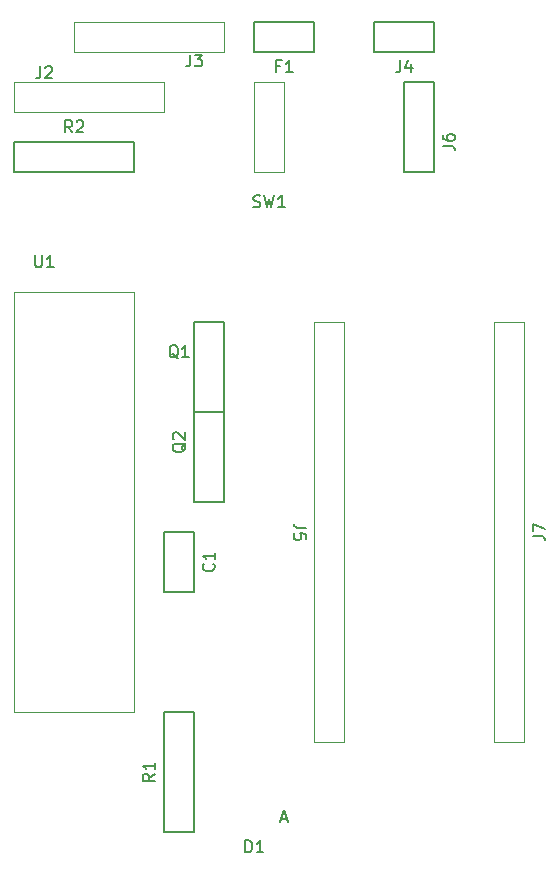
<source format=gbr>
%TF.GenerationSoftware,KiCad,Pcbnew,(5.1.6)-1*%
%TF.CreationDate,2020-07-27T10:52:52+09:00*%
%TF.ProjectId,gnss_logger,676e7373-5f6c-46f6-9767-65722e6b6963,rev?*%
%TF.SameCoordinates,Original*%
%TF.FileFunction,Legend,Top*%
%TF.FilePolarity,Positive*%
%FSLAX46Y46*%
G04 Gerber Fmt 4.6, Leading zero omitted, Abs format (unit mm)*
G04 Created by KiCad (PCBNEW (5.1.6)-1) date 2020-07-27 10:52:52*
%MOMM*%
%LPD*%
G01*
G04 APERTURE LIST*
%ADD10C,0.120000*%
%ADD11C,0.150000*%
G04 APERTURE END LIST*
D10*
%TO.C,U1*%
X115570000Y-97790000D02*
X115570000Y-133350000D01*
X115570000Y-133350000D02*
X125730000Y-133350000D01*
X125730000Y-133350000D02*
X125730000Y-97790000D01*
X125730000Y-97790000D02*
X115570000Y-97790000D01*
D11*
%TO.C,Q2*%
X133350000Y-107950000D02*
X130810000Y-107950000D01*
X130810000Y-107950000D02*
X130810000Y-115570000D01*
X130810000Y-115570000D02*
X133350000Y-115570000D01*
X133350000Y-115570000D02*
X133350000Y-107950000D01*
D10*
%TO.C,SW1*%
X138430000Y-80010000D02*
X135890000Y-80010000D01*
X138430000Y-87630000D02*
X138430000Y-80010000D01*
X135890000Y-87630000D02*
X138430000Y-87630000D01*
X135890000Y-80010000D02*
X135890000Y-87630000D01*
D11*
%TO.C,Q1*%
X133350000Y-100330000D02*
X130810000Y-100330000D01*
X130810000Y-100330000D02*
X130810000Y-107950000D01*
X130810000Y-107950000D02*
X133350000Y-107950000D01*
X133350000Y-107950000D02*
X133350000Y-100330000D01*
%TO.C,C1*%
X128270000Y-118110000D02*
X128270000Y-123190000D01*
X130810000Y-118110000D02*
X128270000Y-118110000D01*
X130810000Y-123190000D02*
X130810000Y-118110000D01*
X128270000Y-123190000D02*
X130810000Y-123190000D01*
%TO.C,F1*%
X140970000Y-74930000D02*
X135890000Y-74930000D01*
X140970000Y-77470000D02*
X140970000Y-74930000D01*
X135890000Y-77470000D02*
X140970000Y-77470000D01*
X135890000Y-74930000D02*
X135890000Y-77470000D01*
D10*
%TO.C,J2*%
X128270000Y-80010000D02*
X115570000Y-80010000D01*
X128270000Y-82550000D02*
X128270000Y-80010000D01*
X115570000Y-82550000D02*
X128270000Y-82550000D01*
X115570000Y-80010000D02*
X115570000Y-82550000D01*
%TO.C,J3*%
X133350000Y-77470000D02*
X133350000Y-74930000D01*
X133350000Y-74930000D02*
X120650000Y-74930000D01*
X120650000Y-74930000D02*
X120650000Y-77470000D01*
X120650000Y-77470000D02*
X133350000Y-77470000D01*
D11*
%TO.C,J4*%
X146050000Y-74930000D02*
X146050000Y-77470000D01*
X146050000Y-77470000D02*
X151130000Y-77470000D01*
X151130000Y-77470000D02*
X151130000Y-74930000D01*
X151130000Y-74930000D02*
X146050000Y-74930000D01*
D10*
%TO.C,J5*%
X143510000Y-135890000D02*
X143510000Y-100330000D01*
X140970000Y-135890000D02*
X143510000Y-135890000D01*
X140970000Y-100330000D02*
X140970000Y-135890000D01*
X143510000Y-100330000D02*
X140970000Y-100330000D01*
D11*
%TO.C,J6*%
X148590000Y-87630000D02*
X151130000Y-87630000D01*
X151130000Y-80010000D02*
X151130000Y-87630000D01*
X148590000Y-80010000D02*
X151130000Y-80010000D01*
X148590000Y-87630000D02*
X148590000Y-80010000D01*
D10*
%TO.C,J7*%
X156210000Y-135890000D02*
X158750000Y-135890000D01*
X158750000Y-135890000D02*
X158750000Y-100330000D01*
X158750000Y-100330000D02*
X156210000Y-100330000D01*
X156210000Y-100330000D02*
X156210000Y-135890000D01*
D11*
%TO.C,R1*%
X128270000Y-143510000D02*
X128270000Y-133350000D01*
X128270000Y-143510000D02*
X130810000Y-143510000D01*
X130810000Y-143510000D02*
X130810000Y-133350000D01*
X130810000Y-133350000D02*
X128270000Y-133350000D01*
%TO.C,R2*%
X125730000Y-87630000D02*
X125730000Y-85090000D01*
X115570000Y-87630000D02*
X125730000Y-87630000D01*
X115570000Y-85090000D02*
X115570000Y-87630000D01*
X115570000Y-85090000D02*
X125730000Y-85090000D01*
%TO.C,D1*%
X135151904Y-145232380D02*
X135151904Y-144232380D01*
X135390000Y-144232380D01*
X135532857Y-144280000D01*
X135628095Y-144375238D01*
X135675714Y-144470476D01*
X135723333Y-144660952D01*
X135723333Y-144803809D01*
X135675714Y-144994285D01*
X135628095Y-145089523D01*
X135532857Y-145184761D01*
X135390000Y-145232380D01*
X135151904Y-145232380D01*
X136675714Y-145232380D02*
X136104285Y-145232380D01*
X136390000Y-145232380D02*
X136390000Y-144232380D01*
X136294761Y-144375238D01*
X136199523Y-144470476D01*
X136104285Y-144518095D01*
X138191904Y-142406666D02*
X138668095Y-142406666D01*
X138096666Y-142692380D02*
X138430000Y-141692380D01*
X138763333Y-142692380D01*
%TO.C,U1*%
X117348095Y-94702380D02*
X117348095Y-95511904D01*
X117395714Y-95607142D01*
X117443333Y-95654761D01*
X117538571Y-95702380D01*
X117729047Y-95702380D01*
X117824285Y-95654761D01*
X117871904Y-95607142D01*
X117919523Y-95511904D01*
X117919523Y-94702380D01*
X118919523Y-95702380D02*
X118348095Y-95702380D01*
X118633809Y-95702380D02*
X118633809Y-94702380D01*
X118538571Y-94845238D01*
X118443333Y-94940476D01*
X118348095Y-94988095D01*
%TO.C,Q2*%
X130087619Y-110585238D02*
X130040000Y-110680476D01*
X129944761Y-110775714D01*
X129801904Y-110918571D01*
X129754285Y-111013809D01*
X129754285Y-111109047D01*
X129992380Y-111061428D02*
X129944761Y-111156666D01*
X129849523Y-111251904D01*
X129659047Y-111299523D01*
X129325714Y-111299523D01*
X129135238Y-111251904D01*
X129040000Y-111156666D01*
X128992380Y-111061428D01*
X128992380Y-110870952D01*
X129040000Y-110775714D01*
X129135238Y-110680476D01*
X129325714Y-110632857D01*
X129659047Y-110632857D01*
X129849523Y-110680476D01*
X129944761Y-110775714D01*
X129992380Y-110870952D01*
X129992380Y-111061428D01*
X129087619Y-110251904D02*
X129040000Y-110204285D01*
X128992380Y-110109047D01*
X128992380Y-109870952D01*
X129040000Y-109775714D01*
X129087619Y-109728095D01*
X129182857Y-109680476D01*
X129278095Y-109680476D01*
X129420952Y-109728095D01*
X129992380Y-110299523D01*
X129992380Y-109680476D01*
%TO.C,SW1*%
X135826666Y-90574761D02*
X135969523Y-90622380D01*
X136207619Y-90622380D01*
X136302857Y-90574761D01*
X136350476Y-90527142D01*
X136398095Y-90431904D01*
X136398095Y-90336666D01*
X136350476Y-90241428D01*
X136302857Y-90193809D01*
X136207619Y-90146190D01*
X136017142Y-90098571D01*
X135921904Y-90050952D01*
X135874285Y-90003333D01*
X135826666Y-89908095D01*
X135826666Y-89812857D01*
X135874285Y-89717619D01*
X135921904Y-89670000D01*
X136017142Y-89622380D01*
X136255238Y-89622380D01*
X136398095Y-89670000D01*
X136731428Y-89622380D02*
X136969523Y-90622380D01*
X137160000Y-89908095D01*
X137350476Y-90622380D01*
X137588571Y-89622380D01*
X138493333Y-90622380D02*
X137921904Y-90622380D01*
X138207619Y-90622380D02*
X138207619Y-89622380D01*
X138112380Y-89765238D01*
X138017142Y-89860476D01*
X137921904Y-89908095D01*
%TO.C,Q1*%
X129444761Y-103417619D02*
X129349523Y-103370000D01*
X129254285Y-103274761D01*
X129111428Y-103131904D01*
X129016190Y-103084285D01*
X128920952Y-103084285D01*
X128968571Y-103322380D02*
X128873333Y-103274761D01*
X128778095Y-103179523D01*
X128730476Y-102989047D01*
X128730476Y-102655714D01*
X128778095Y-102465238D01*
X128873333Y-102370000D01*
X128968571Y-102322380D01*
X129159047Y-102322380D01*
X129254285Y-102370000D01*
X129349523Y-102465238D01*
X129397142Y-102655714D01*
X129397142Y-102989047D01*
X129349523Y-103179523D01*
X129254285Y-103274761D01*
X129159047Y-103322380D01*
X128968571Y-103322380D01*
X130349523Y-103322380D02*
X129778095Y-103322380D01*
X130063809Y-103322380D02*
X130063809Y-102322380D01*
X129968571Y-102465238D01*
X129873333Y-102560476D01*
X129778095Y-102608095D01*
%TO.C,C1*%
X132437142Y-120816666D02*
X132484761Y-120864285D01*
X132532380Y-121007142D01*
X132532380Y-121102380D01*
X132484761Y-121245238D01*
X132389523Y-121340476D01*
X132294285Y-121388095D01*
X132103809Y-121435714D01*
X131960952Y-121435714D01*
X131770476Y-121388095D01*
X131675238Y-121340476D01*
X131580000Y-121245238D01*
X131532380Y-121102380D01*
X131532380Y-121007142D01*
X131580000Y-120864285D01*
X131627619Y-120816666D01*
X132532380Y-119864285D02*
X132532380Y-120435714D01*
X132532380Y-120150000D02*
X131532380Y-120150000D01*
X131675238Y-120245238D01*
X131770476Y-120340476D01*
X131818095Y-120435714D01*
%TO.C,F1*%
X138096666Y-78668571D02*
X137763333Y-78668571D01*
X137763333Y-79192380D02*
X137763333Y-78192380D01*
X138239523Y-78192380D01*
X139144285Y-79192380D02*
X138572857Y-79192380D01*
X138858571Y-79192380D02*
X138858571Y-78192380D01*
X138763333Y-78335238D01*
X138668095Y-78430476D01*
X138572857Y-78478095D01*
%TO.C,J2*%
X117776666Y-78692380D02*
X117776666Y-79406666D01*
X117729047Y-79549523D01*
X117633809Y-79644761D01*
X117490952Y-79692380D01*
X117395714Y-79692380D01*
X118205238Y-78787619D02*
X118252857Y-78740000D01*
X118348095Y-78692380D01*
X118586190Y-78692380D01*
X118681428Y-78740000D01*
X118729047Y-78787619D01*
X118776666Y-78882857D01*
X118776666Y-78978095D01*
X118729047Y-79120952D01*
X118157619Y-79692380D01*
X118776666Y-79692380D01*
%TO.C,J3*%
X130476666Y-77692380D02*
X130476666Y-78406666D01*
X130429047Y-78549523D01*
X130333809Y-78644761D01*
X130190952Y-78692380D01*
X130095714Y-78692380D01*
X130857619Y-77692380D02*
X131476666Y-77692380D01*
X131143333Y-78073333D01*
X131286190Y-78073333D01*
X131381428Y-78120952D01*
X131429047Y-78168571D01*
X131476666Y-78263809D01*
X131476666Y-78501904D01*
X131429047Y-78597142D01*
X131381428Y-78644761D01*
X131286190Y-78692380D01*
X131000476Y-78692380D01*
X130905238Y-78644761D01*
X130857619Y-78597142D01*
%TO.C,J4*%
X148256666Y-78192380D02*
X148256666Y-78906666D01*
X148209047Y-79049523D01*
X148113809Y-79144761D01*
X147970952Y-79192380D01*
X147875714Y-79192380D01*
X149161428Y-78525714D02*
X149161428Y-79192380D01*
X148923333Y-78144761D02*
X148685238Y-78859047D01*
X149304285Y-78859047D01*
%TO.C,J5*%
X140247619Y-117776666D02*
X139533333Y-117776666D01*
X139390476Y-117729047D01*
X139295238Y-117633809D01*
X139247619Y-117490952D01*
X139247619Y-117395714D01*
X140247619Y-118729047D02*
X140247619Y-118252857D01*
X139771428Y-118205238D01*
X139819047Y-118252857D01*
X139866666Y-118348095D01*
X139866666Y-118586190D01*
X139819047Y-118681428D01*
X139771428Y-118729047D01*
X139676190Y-118776666D01*
X139438095Y-118776666D01*
X139342857Y-118729047D01*
X139295238Y-118681428D01*
X139247619Y-118586190D01*
X139247619Y-118348095D01*
X139295238Y-118252857D01*
X139342857Y-118205238D01*
%TO.C,J6*%
X151852380Y-85423333D02*
X152566666Y-85423333D01*
X152709523Y-85470952D01*
X152804761Y-85566190D01*
X152852380Y-85709047D01*
X152852380Y-85804285D01*
X151852380Y-84518571D02*
X151852380Y-84709047D01*
X151900000Y-84804285D01*
X151947619Y-84851904D01*
X152090476Y-84947142D01*
X152280952Y-84994761D01*
X152661904Y-84994761D01*
X152757142Y-84947142D01*
X152804761Y-84899523D01*
X152852380Y-84804285D01*
X152852380Y-84613809D01*
X152804761Y-84518571D01*
X152757142Y-84470952D01*
X152661904Y-84423333D01*
X152423809Y-84423333D01*
X152328571Y-84470952D01*
X152280952Y-84518571D01*
X152233333Y-84613809D01*
X152233333Y-84804285D01*
X152280952Y-84899523D01*
X152328571Y-84947142D01*
X152423809Y-84994761D01*
%TO.C,J7*%
X159472380Y-118443333D02*
X160186666Y-118443333D01*
X160329523Y-118490952D01*
X160424761Y-118586190D01*
X160472380Y-118729047D01*
X160472380Y-118824285D01*
X159472380Y-118062380D02*
X159472380Y-117395714D01*
X160472380Y-117824285D01*
%TO.C,R1*%
X127452380Y-138596666D02*
X126976190Y-138930000D01*
X127452380Y-139168095D02*
X126452380Y-139168095D01*
X126452380Y-138787142D01*
X126500000Y-138691904D01*
X126547619Y-138644285D01*
X126642857Y-138596666D01*
X126785714Y-138596666D01*
X126880952Y-138644285D01*
X126928571Y-138691904D01*
X126976190Y-138787142D01*
X126976190Y-139168095D01*
X127452380Y-137644285D02*
X127452380Y-138215714D01*
X127452380Y-137930000D02*
X126452380Y-137930000D01*
X126595238Y-138025238D01*
X126690476Y-138120476D01*
X126738095Y-138215714D01*
%TO.C,R2*%
X120483333Y-84272380D02*
X120150000Y-83796190D01*
X119911904Y-84272380D02*
X119911904Y-83272380D01*
X120292857Y-83272380D01*
X120388095Y-83320000D01*
X120435714Y-83367619D01*
X120483333Y-83462857D01*
X120483333Y-83605714D01*
X120435714Y-83700952D01*
X120388095Y-83748571D01*
X120292857Y-83796190D01*
X119911904Y-83796190D01*
X120864285Y-83367619D02*
X120911904Y-83320000D01*
X121007142Y-83272380D01*
X121245238Y-83272380D01*
X121340476Y-83320000D01*
X121388095Y-83367619D01*
X121435714Y-83462857D01*
X121435714Y-83558095D01*
X121388095Y-83700952D01*
X120816666Y-84272380D01*
X121435714Y-84272380D01*
%TD*%
M02*

</source>
